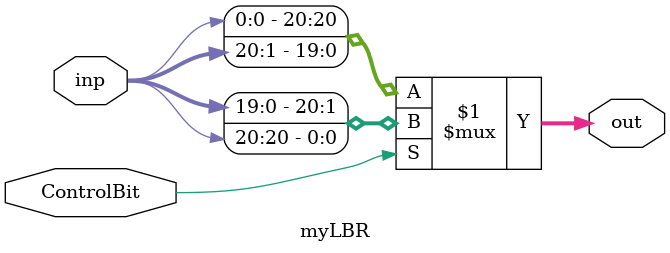
<source format=v>
/*

*/


`ifndef __OPS_FILE
`define __OPS_FILE

// N-Bit Carry Look-Ahead Adder/Subracter

module myCLA #(parameter N=4)(input [N-1:0] A, B, input Ci, output [N-1:0] S, output Co);
wire [N-2:0] Couts;
wire [N-1:0] Cg,Cp;
wire [N-1:0] Bout;


assign Cg = A&Bout;                // Carry Generate Signals
assign Cp = A|Bout;                // Carry Propagate Signals

assign Couts[0] = Cg[0] | (Cp[0]&Ci);
assign Co       = Cg[N-1] | (Cp[N-1]&Couts[N-2]);

assign S[0]     = A[0]^Bout[0]^Ci;

genvar i;
generate
        for(i=1;i<N-1;i=i+1)
        begin: CoutsLoop
                assign Couts[i] = Cg[i] | (Cp[i]&Couts[i-1]);
        end
        for(i=1;i<N;i=i+1)
        begin: SLoop
                assign S[i] = A[i]^Bout[i]^Couts[i-1];
        end
        for(i=0;i<N;i=i+1)
        begin: BoutLoop
                assign Bout[i] = B[i]^Ci;
        end
endgenerate

endmodule

// 21-bit logical AND implementation

module myAND(input[20:0] A, B, output[20:0] out);
assign out = A&B;
endmodule

//21-bit logical XOR implementation

module myXOR(input[20:0] A, B, output[20:0] out);
assign out = A^B;
endmodule

//21-bit logical OR implementation

module myOR(input[20:0] A, B, output[20:0] out);
assign out = A|B;
endmodule

//21-bit logical 1's Complement implementation

module myOneComp(input[20:0] inp, output[20:0] out);
assign out = ~inp;
endmodule

//21-bit Incrementation and Decrementation
// ControlBit = 0 ==> Increment

module myIncDec(input[20:0] inp, input ControlBit, output[20:0] out, output OverflowBit);
reg[21:0] temp;
assign out = temp[20:0];
assign OverflowBit = temp[21];

always@*
begin
	if(!ControlBit)
		temp <= inp+1;
	else
		temp <= inp-1;
end
endmodule

//21-bit Logical Left/Right Shifting
// ControlBit = 0 ==> Right shifting

module myLS(input[20:0] inp, input ControlBit, output[20:0] out);
assign out = (ControlBit)?(inp<<1):(inp>>1);
endmodule

//21-bit Arithmetic Right Shifting

module myARS(input[20:0] inp, output[20:0] out);
assign out = {inp[20],inp[20:1]};
endmodule

//21-bit Binary Rotation
// ControlBit = 0 ==> Right Rotation

module myLBR(input[20:0] inp, input ControlBit, output[20:0] out);
assign out = (ControlBit)?({inp[19:0],inp[20]}):({inp[0],inp[20:1]});
endmodule

`endif

</source>
